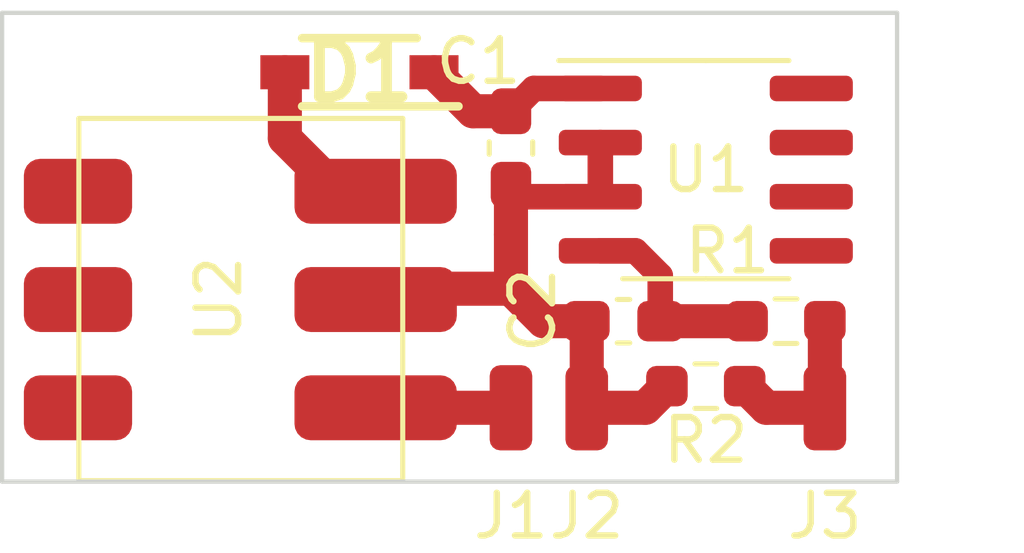
<source format=kicad_pcb>
(kicad_pcb (version 20211014) (generator pcbnew)
  (layers (0 "F.Cu" signal) (31 "B.Cu" signal) (34 "B.Paste" user) (35 "F.Paste" user) (36 "B.SilkS" user "B.Silkscreen") (37 "F.SilkS" user "F.Silkscreen") (38 "B.Mask" user) (39 "F.Mask" user) (44 "Edge.Cuts" user))
  (net 0 "")
  (net 1 "+5V")
  (net 2 "GND")
  (net 3 "Net-(C2-Pad1)")
  (net 4 "+3.3V")
  (net 5 "Net-(U2-Pad3)")
  (net 13 "Net-(J3-Pad1)")
  (footprint "Package_SO:SOIC-8_3.9x4.9mm_P1.27mm" (layer "F.Cu") (at 159.512 106.68)
    (fp_text reference "U1" (at 0 0) (layer "F.SilkS"))
    (fp_text value "HAL3736DJ")
    (fp_line (start 0 2.56) (end 1.95 2.56) (layer "F.SilkS") (width 0.12))
    (fp_line (start 0 -2.56) (end -3.45 -2.56) (layer "F.SilkS") (width 0.12))
    (fp_line (start 0 -2.56) (end 1.95 -2.56) (layer "F.SilkS") (width 0.12))
    (fp_line (start 0 2.56) (end -1.95 2.56) (layer "F.SilkS") (width 0.12))
    (pad "1" smd roundrect (at -2.475 -1.905) (size 1.95 0.6) (layers "F.Cu" "F.Paste" "F.Mask") (net 1 "+5V"))
    (pad "2" smd roundrect (at -2.475 -0.635) (size 1.95 0.6) (layers "F.Cu" "F.Paste" "F.Mask") (net 2 "GND"))
    (pad "3" smd roundrect (at -2.475 0.635) (size 1.95 0.6) (layers "F.Cu" "F.Paste" "F.Mask") (net 2 "GND"))
    (pad "4" smd roundrect (at -2.475 1.905) (size 1.95 0.6) (layers "F.Cu" "F.Paste" "F.Mask") (net 3 "Net-(C2-Pad1)"))
    (pad "5" smd roundrect (at 2.475 1.905) (size 1.95 0.6) (layers "F.Cu" "F.Paste" "F.Mask"))
    (pad "6" smd roundrect (at 2.475 0.635) (size 1.95 0.6) (layers "F.Cu" "F.Paste" "F.Mask"))
    (pad "7" smd roundrect (at 2.475 -0.635) (size 1.95 0.6) (layers "F.Cu" "F.Paste" "F.Mask"))
    (pad "8" smd roundrect (at 2.475 -1.905) (size 1.95 0.6) (layers "F.Cu" "F.Paste" "F.Mask"))
  )
  (footprint "Akizuki_XC9306:Akizuki_XC9306" (layer "F.Cu") (at 144.8 109.728 90)
    (fp_text reference "U2" (at 0 3.282 90 unlocked) (layer "F.SilkS"))
    (fp_text value "Akizuki_XC9306")
    (fp_line (start 4.25 0) (end 4.25 7.6) (layer "F.SilkS") (width 0.12))
    (fp_line (start -4.25 7.6) (end -4.25 0) (layer "F.SilkS") (width 0.12))
    (fp_line (start 4.25 7.6) (end -4.25 7.6) (layer "F.SilkS") (width 0.12))
    (fp_line (start -4.25 0) (end 4.25 0) (layer "F.SilkS") (width 0.12))
    (pad "1" smd roundrect (at -2.54 6.965 90) (size 1.524 3.81) (layers "F.Cu" "F.Paste" "F.Mask") (net 4 "+3.3V"))
    (pad "2" smd roundrect (at 0 6.965 90) (size 1.524 3.81) (layers "F.Cu" "F.Paste" "F.Mask") (net 2 "GND"))
    (pad "3" smd roundrect (at 2.54 6.965 90) (size 1.524 3.81) (layers "F.Cu" "F.Paste" "F.Mask") (net 5 "Net-(U2-Pad3)"))
    (pad "4" smd roundrect (at 2.54 -0.02 90) (size 1.524 2.54) (layers "F.Cu" "F.Paste" "F.Mask"))
    (pad "5" smd roundrect (at 0 -0.02 90) (size 1.524 2.54) (layers "F.Cu" "F.Paste" "F.Mask"))
    (pad "6" smd roundrect (at -2.54 -0.02 90) (size 1.524 2.54) (layers "F.Cu" "F.Paste" "F.Mask"))
  )
  (footprint "Connector_Wire:SolderWirePad_1x01_SMD_1x2mm" (layer "F.Cu") (at 156.718 112.268)
    (fp_text reference "J2" (at 0 2.54) (layer "F.SilkS"))
    (fp_text value "Conn_01x01")
    (pad "1" smd roundrect (at 0 0) (size 1 2) (layers "F.Cu" "F.Paste" "F.Mask") (net 2 "GND"))
  )
  (footprint "Connector_Wire:SolderWirePad_1x01_SMD_1x2mm" (layer "F.Cu") (at 154.94 112.268)
    (fp_text reference "J1" (at 0 2.54) (layer "F.SilkS"))
    (fp_text value "Conn_01x01")
    (pad "1" smd roundrect (at 0 0) (size 1 2) (layers "F.Cu" "F.Paste" "F.Mask") (net 4 "+3.3V"))
  )
  (footprint "Capacitor_SMD:C_0603_1608Metric_Pad1.08x0.95mm_HandSolder" (layer "F.Cu") (at 157.5805 110.236 180)
    (fp_text reference "C2" (at 2.1325 0.254 90) (layer "F.SilkS"))
    (fp_text value "1000p")
    (fp_line (start -0.146267 -0.51) (end 0.146267 -0.51) (layer "F.SilkS") (width 0.12))
    (fp_line (start -0.146267 0.51) (end 0.146267 0.51) (layer "F.SilkS") (width 0.12))
    (pad "1" smd roundrect (at -0.8625 0 180) (size 1.075 0.95) (layers "F.Cu" "F.Paste" "F.Mask") (net 3 "Net-(C2-Pad1)"))
    (pad "2" smd roundrect (at 0.8625 0 180) (size 1.075 0.95) (layers "F.Cu" "F.Paste" "F.Mask") (net 2 "GND"))
  )
  (footprint "Connector_Wire:SolderWirePad_1x01_SMD_1x2mm" (layer "F.Cu") (at 162.306 112.268)
    (fp_text reference "J3" (at 0 2.54) (layer "F.SilkS"))
    (fp_text value "Conn_01x01")
    (pad "1" smd roundrect (at 0 0) (size 1 2) (layers "F.Cu" "F.Paste" "F.Mask") (net 13 "Net-(J3-Pad1)"))
  )
  (footprint "NSI45030AT1G:NSI45030AT1G" (layer "F.Cu") (at 151.384 104.394 180)
    (fp_text reference "D1" (at 0 0) (layer "F.SilkS") (effects (font (size 1.27 1.27) (thickness 0.254))))
    (fp_text value "NSI45030AT1G" hide)
    (fp_line (start -1.345 0.8) (end 1.345 0.8) (layer "F.SilkS") (width 0.2))
    (fp_line (start -2.325 -0.8) (end 1.345 -0.8) (layer "F.SilkS") (width 0.2))
    (pad "1" smd rect locked (at -1.75 0 270) (size 0.8 1.15) (layers "F.Cu" "F.Paste" "F.Mask") (net 1 "+5V"))
    (pad "2" smd rect locked (at 1.75 0 270) (size 0.8 1.15) (layers "F.Cu" "F.Paste" "F.Mask") (net 5 "Net-(U2-Pad3)"))
  )
  (footprint "Resistor_SMD:R_0603_1608Metric_Pad0.98x0.95mm_HandSolder" (layer "F.Cu") (at 161.3935 110.236)
    (fp_text reference "R1" (at -1.3735 -1.651) (layer "F.SilkS"))
    (fp_text value "2.2k")
    (fp_line (start -0.254724 -0.5225) (end 0.254724 -0.5225) (layer "F.SilkS") (width 0.12))
    (fp_line (start -0.254724 0.5225) (end 0.254724 0.5225) (layer "F.SilkS") (width 0.12))
    (pad "1" smd roundrect (at -0.9125 0) (size 0.975 0.95) (layers "F.Cu" "F.Paste" "F.Mask") (net 3 "Net-(C2-Pad1)"))
    (pad "2" smd roundrect (at 0.9125 0) (size 0.975 0.95) (layers "F.Cu" "F.Paste" "F.Mask") (net 13 "Net-(J3-Pad1)"))
  )
  (footprint "Resistor_SMD:R_0603_1608Metric_Pad0.98x0.95mm_HandSolder" (layer "F.Cu") (at 159.512 111.76 180)
    (fp_text reference "R2" (at 0 -1.27) (layer "F.SilkS"))
    (fp_text value "3.3k")
    (fp_line (start -0.254724 -0.5225) (end 0.254724 -0.5225) (layer "F.SilkS") (width 0.12))
    (fp_line (start -0.254724 0.5225) (end 0.254724 0.5225) (layer "F.SilkS") (width 0.12))
    (pad "1" smd roundrect (at -0.9125 0 180) (size 0.975 0.95) (layers "F.Cu" "F.Paste" "F.Mask") (net 13 "Net-(J3-Pad1)"))
    (pad "2" smd roundrect (at 0.9125 0 180) (size 0.975 0.95) (layers "F.Cu" "F.Paste" "F.Mask") (net 2 "GND"))
  )
  (footprint "Capacitor_SMD:C_0603_1608Metric_Pad1.08x0.95mm_HandSolder" (layer "F.Cu") (at 154.94 106.172 -90)
    (fp_text reference "C1" (at -2.032 0.762 180) (layer "F.SilkS"))
    (fp_text value "0.047u")
    (fp_line (start -0.146267 0.51) (end 0.146267 0.51) (layer "F.SilkS") (width 0.12))
    (fp_line (start -0.146267 -0.51) (end 0.146267 -0.51) (layer "F.SilkS") (width 0.12))
    (pad "1" smd roundrect (at -0.8625 0 270) (size 1.075 0.95) (layers "F.Cu" "F.Paste" "F.Mask") (net 1 "+5V"))
    (pad "2" smd roundrect (at 0.8625 0 270) (size 1.075 0.95) (layers "F.Cu" "F.Paste" "F.Mask") (net 2 "GND"))
  )
  (gr_line (start 143 103) (end 143 114) (layer "Edge.Cuts") (width 0.1))
  (gr_line (start 143 114) (end 164 114) (layer "Edge.Cuts") (width 0.1))
  (gr_line (start 164 114) (end 164 103) (layer "Edge.Cuts") (width 0.1))
  (gr_line (start 164 103) (end 143 103) (layer "Edge.Cuts") (width 0.1))
  (segment (start 157.037 104.775) (end 155.4745 104.775) (width 0.6) (layer "F.Cu") (net 1))
  (segment (start 155.4745 104.775) (end 154.94 105.3095) (width 0.6) (layer "F.Cu") (net 1))
  (segment (start 154.0495 105.3095) (end 153.134 104.394) (width 0.8) (layer "F.Cu") (net 1))
  (segment (start 154.94 105.3095) (end 154.0495 105.3095) (width 0.8) (layer "F.Cu") (net 1))
  (segment (start 154.94 108.204) (end 154.94 109.474) (width 0.8) (layer "F.Cu") (net 2))
  (segment (start 154.94 109.474) (end 152.019 109.474) (width 0.8) (layer "F.Cu") (net 2))
  (segment (start 156.718 112.268) (end 158.0915 112.268) (width 0.8) (layer "F.Cu") (net 2))
  (segment (start 154.94 107.0345) (end 154.94 108.204) (width 0.8) (layer "F.Cu") (net 2))
  (segment (start 155.2205 107.315) (end 154.94 107.0345) (width 0.6) (layer "F.Cu") (net 2))
  (segment (start 157.037 107.315) (end 155.2205 107.315) (width 0.6) (layer "F.Cu") (net 2))
  (segment (start 156.718 112.268) (end 156.718 110.236) (width 0.8) (layer "F.Cu") (net 2))
  (segment (start 157.037 106.045) (end 157.037 107.315) (width 0.6) (layer "F.Cu") (net 2))
  (segment (start 154.94 109.474) (end 155.702 110.236) (width 0.8) (layer "F.Cu") (net 2))
  (segment (start 158.0915 112.268) (end 158.5995 111.76) (width 0.8) (layer "F.Cu") (net 2))
  (segment (start 152.019 109.474) (end 151.765 109.728) (width 0.8) (layer "F.Cu") (net 2))
  (segment (start 155.702 110.236) (end 156.718 110.236) (width 0.8) (layer "F.Cu") (net 2))
  (segment (start 160.481 110.236) (end 158.443 110.236) (width 0.8) (layer "F.Cu") (net 3))
  (segment (start 157.037 108.585) (end 157.861 108.585) (width 0.6) (layer "F.Cu") (net 3))
  (segment (start 158.443 109.167) (end 158.443 110.236) (width 0.6) (layer "F.Cu") (net 3))
  (segment (start 157.861 108.585) (end 158.443 109.167) (width 0.6) (layer "F.Cu") (net 3))
  (segment (start 154.94 112.268) (end 151.765 112.268) (width 0.8) (layer "F.Cu") (net 4))
  (segment (start 151.765 107.188) (end 150.876 107.188) (width 0.8) (layer "F.Cu") (net 5))
  (segment (start 150.876 107.188) (end 149.634 105.946) (width 0.8) (layer "F.Cu") (net 5))
  (segment (start 149.634 105.946) (end 149.634 104.394) (width 0.8) (layer "F.Cu") (net 5))
  (segment (start 162.306 112.268) (end 160.9325 112.268) (width 0.8) (layer "F.Cu") (net 13))
  (segment (start 160.9325 112.268) (end 160.4245 111.76) (width 0.8) (layer "F.Cu") (net 13))
  (segment (start 162.306 110.236) (end 162.306 112.268) (width 0.8) (layer "F.Cu") (net 13))
)
</source>
